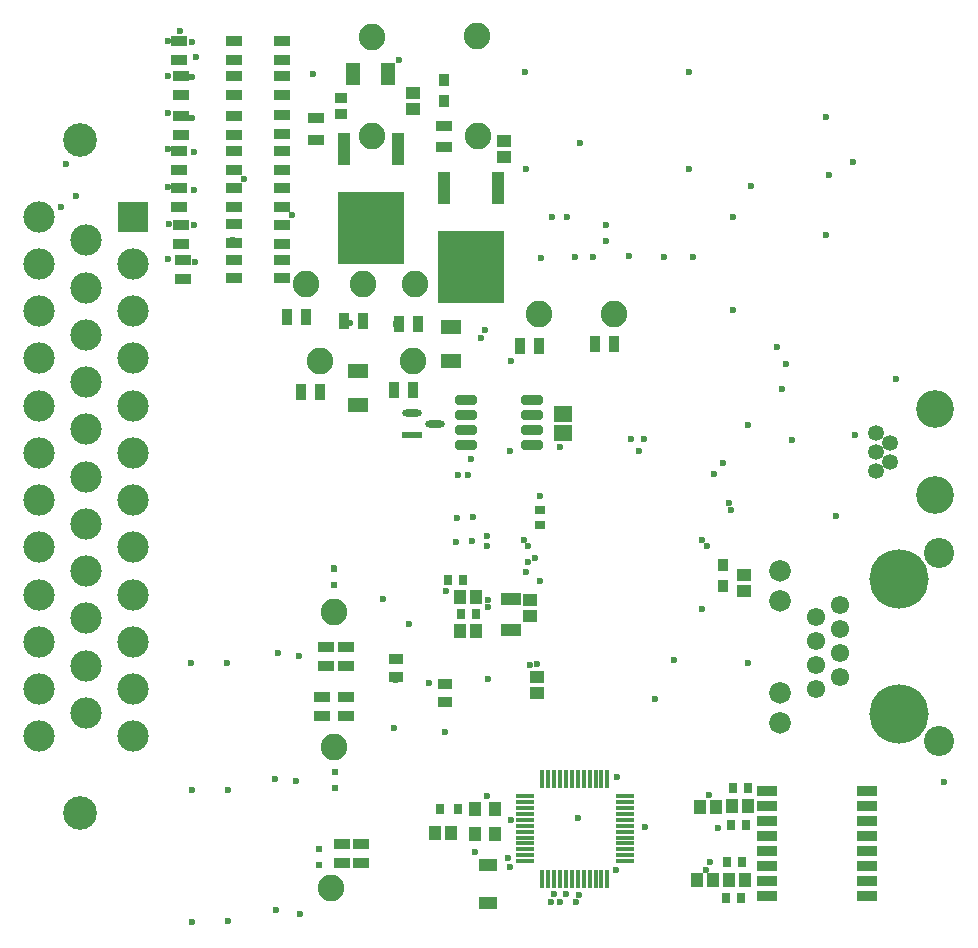
<source format=gbs>
G04*
G04 #@! TF.GenerationSoftware,Altium Limited,Altium Designer,22.11.1 (43)*
G04*
G04 Layer_Color=16711935*
%FSLAX25Y25*%
%MOIN*%
G70*
G04*
G04 #@! TF.SameCoordinates,B9669DE6-A21E-4E6A-9EE2-FAEABAE17C55*
G04*
G04*
G04 #@! TF.FilePolarity,Negative*
G04*
G01*
G75*
%ADD35R,0.03394X0.02894*%
%ADD43R,0.02985X0.03197*%
%ADD44R,0.03543X0.03937*%
%ADD60R,0.04528X0.04134*%
%ADD62R,0.05512X0.03740*%
%ADD63R,0.03740X0.05512*%
%ADD73R,0.04134X0.04528*%
%ADD75R,0.04724X0.04134*%
%ADD83C,0.08858*%
%ADD84C,0.10433*%
%ADD85C,0.11221*%
%ADD86R,0.10433X0.10433*%
%ADD87C,0.12547*%
%ADD88C,0.06102*%
%ADD89C,0.07205*%
%ADD90C,0.10039*%
%ADD91C,0.19784*%
%ADD92C,0.05315*%
%ADD93C,0.02362*%
%ADD122R,0.05512X0.03740*%
G04:AMPARAMS|DCode=123|XSize=39.37mil|YSize=108.27mil|CornerRadius=1.97mil|HoleSize=0mil|Usage=FLASHONLY|Rotation=0.000|XOffset=0mil|YOffset=0mil|HoleType=Round|Shape=RoundedRectangle|*
%AMROUNDEDRECTD123*
21,1,0.03937,0.10433,0,0,0.0*
21,1,0.03543,0.10827,0,0,0.0*
1,1,0.00394,0.01772,-0.05217*
1,1,0.00394,-0.01772,-0.05217*
1,1,0.00394,-0.01772,0.05217*
1,1,0.00394,0.01772,0.05217*
%
%ADD123ROUNDEDRECTD123*%
G04:AMPARAMS|DCode=124|XSize=218.5mil|YSize=242.13mil|CornerRadius=2.19mil|HoleSize=0mil|Usage=FLASHONLY|Rotation=0.000|XOffset=0mil|YOffset=0mil|HoleType=Round|Shape=RoundedRectangle|*
%AMROUNDEDRECTD124*
21,1,0.21850,0.23776,0,0,0.0*
21,1,0.21413,0.24213,0,0,0.0*
1,1,0.00437,0.10707,-0.11888*
1,1,0.00437,-0.10707,-0.11888*
1,1,0.00437,-0.10707,0.11888*
1,1,0.00437,0.10707,0.11888*
%
%ADD124ROUNDEDRECTD124*%
%ADD125R,0.04331X0.05118*%
%ADD126R,0.02894X0.03394*%
%ADD128R,0.06922X0.04551*%
G04:AMPARAMS|DCode=131|XSize=108.27mil|YSize=39.37mil|CornerRadius=1.97mil|HoleSize=0mil|Usage=FLASHONLY|Rotation=270.000|XOffset=0mil|YOffset=0mil|HoleType=Round|Shape=RoundedRectangle|*
%AMROUNDEDRECTD131*
21,1,0.10827,0.03543,0,0,270.0*
21,1,0.10433,0.03937,0,0,270.0*
1,1,0.00394,-0.01772,-0.05217*
1,1,0.00394,-0.01772,0.05217*
1,1,0.00394,0.01772,0.05217*
1,1,0.00394,0.01772,-0.05217*
%
%ADD131ROUNDEDRECTD131*%
G04:AMPARAMS|DCode=132|XSize=242.13mil|YSize=218.5mil|CornerRadius=2.19mil|HoleSize=0mil|Usage=FLASHONLY|Rotation=270.000|XOffset=0mil|YOffset=0mil|HoleType=Round|Shape=RoundedRectangle|*
%AMROUNDEDRECTD132*
21,1,0.24213,0.21413,0,0,270.0*
21,1,0.23776,0.21850,0,0,270.0*
1,1,0.00437,-0.10707,-0.11888*
1,1,0.00437,-0.10707,0.11888*
1,1,0.00437,0.10707,0.11888*
1,1,0.00437,0.10707,-0.11888*
%
%ADD132ROUNDEDRECTD132*%
G04:AMPARAMS|DCode=135|XSize=65.17mil|YSize=23.72mil|CornerRadius=11.86mil|HoleSize=0mil|Usage=FLASHONLY|Rotation=0.000|XOffset=0mil|YOffset=0mil|HoleType=Round|Shape=RoundedRectangle|*
%AMROUNDEDRECTD135*
21,1,0.06517,0.00000,0,0,0.0*
21,1,0.04145,0.02372,0,0,0.0*
1,1,0.02372,0.02072,0.00000*
1,1,0.02372,-0.02072,0.00000*
1,1,0.02372,-0.02072,0.00000*
1,1,0.02372,0.02072,0.00000*
%
%ADD135ROUNDEDRECTD135*%
%ADD136R,0.06517X0.02372*%
%ADD140R,0.06528X0.04156*%
%ADD141R,0.05906X0.03937*%
%ADD142R,0.03150X0.03543*%
%ADD145R,0.02165X0.02480*%
%ADD146R,0.04331X0.03740*%
%ADD147R,0.04528X0.03740*%
%ADD148R,0.05118X0.07677*%
G04:AMPARAMS|DCode=149|XSize=31.5mil|YSize=70.87mil|CornerRadius=4.87mil|HoleSize=0mil|Usage=FLASHONLY|Rotation=90.000|XOffset=0mil|YOffset=0mil|HoleType=Round|Shape=RoundedRectangle|*
%AMROUNDEDRECTD149*
21,1,0.03150,0.06112,0,0,90.0*
21,1,0.02175,0.07087,0,0,90.0*
1,1,0.00974,0.03056,0.01088*
1,1,0.00974,0.03056,-0.01088*
1,1,0.00974,-0.03056,-0.01088*
1,1,0.00974,-0.03056,0.01088*
%
%ADD149ROUNDEDRECTD149*%
%ADD150R,0.06299X0.05709*%
%ADD151R,0.07087X0.03583*%
%ADD152R,0.01772X0.06398*%
%ADD153R,0.06398X0.01772*%
D35*
X466173Y328499D02*
D03*
Y333344D02*
D03*
D43*
X435606Y309923D02*
D03*
X440543D02*
D03*
X439906Y298623D02*
D03*
X444843D02*
D03*
D44*
X527165Y314961D02*
D03*
Y307874D02*
D03*
X434252Y476772D02*
D03*
Y469685D02*
D03*
D60*
X424016Y467028D02*
D03*
Y472342D02*
D03*
X454331Y456201D02*
D03*
Y450886D02*
D03*
X462992Y298130D02*
D03*
Y303445D02*
D03*
X465075Y277780D02*
D03*
Y272465D02*
D03*
D62*
X393701Y270866D02*
D03*
Y264567D02*
D03*
X401575D02*
D03*
Y270866D02*
D03*
X394882Y287795D02*
D03*
Y281496D02*
D03*
X401575Y287795D02*
D03*
Y281496D02*
D03*
X380315Y489764D02*
D03*
Y483465D02*
D03*
X347244Y416535D02*
D03*
Y410236D02*
D03*
X364173Y416831D02*
D03*
Y410532D02*
D03*
X364173Y428642D02*
D03*
Y422343D02*
D03*
Y453150D02*
D03*
Y446850D02*
D03*
Y464567D02*
D03*
Y458268D02*
D03*
Y477953D02*
D03*
Y471654D02*
D03*
X346063Y453150D02*
D03*
Y446850D02*
D03*
X346457Y464567D02*
D03*
Y458268D02*
D03*
Y477953D02*
D03*
Y471654D02*
D03*
Y428346D02*
D03*
Y422047D02*
D03*
X380315Y416831D02*
D03*
Y410532D02*
D03*
Y428346D02*
D03*
Y422047D02*
D03*
Y453150D02*
D03*
Y446850D02*
D03*
Y464862D02*
D03*
Y458563D02*
D03*
X364173Y489764D02*
D03*
Y483465D02*
D03*
X346063Y489764D02*
D03*
Y483465D02*
D03*
X380315Y477953D02*
D03*
Y471654D02*
D03*
Y440551D02*
D03*
Y434252D02*
D03*
X364173Y440551D02*
D03*
Y434252D02*
D03*
X346063Y440551D02*
D03*
Y434252D02*
D03*
X400394Y222056D02*
D03*
Y215757D02*
D03*
X406693D02*
D03*
Y222056D02*
D03*
D63*
X490874Y388583D02*
D03*
X484575D02*
D03*
X419291Y395276D02*
D03*
X425591D02*
D03*
X465748Y388189D02*
D03*
X459449D02*
D03*
X381890Y397638D02*
D03*
X388189D02*
D03*
X386614Y372835D02*
D03*
X392913D02*
D03*
X417717Y373228D02*
D03*
X424016D02*
D03*
X407087Y396457D02*
D03*
X400787D02*
D03*
D73*
X439475Y304323D02*
D03*
X444790D02*
D03*
X530217Y234623D02*
D03*
X535532D02*
D03*
X529117Y209923D02*
D03*
X534432D02*
D03*
X439717Y293123D02*
D03*
X445032D02*
D03*
X431317Y225823D02*
D03*
X436632D02*
D03*
X525032Y234423D02*
D03*
X519717D02*
D03*
X523932Y210023D02*
D03*
X518617D02*
D03*
D75*
X534375Y311680D02*
D03*
Y306365D02*
D03*
D83*
X465748Y398819D02*
D03*
X397638Y299213D02*
D03*
Y254331D02*
D03*
X396457Y207489D02*
D03*
X410236Y457874D02*
D03*
X490874Y398819D02*
D03*
X424409Y408661D02*
D03*
X407087D02*
D03*
X388224Y408697D02*
D03*
X445472Y458071D02*
D03*
X392913Y383071D02*
D03*
X424016D02*
D03*
X445276Y491339D02*
D03*
X410236Y490945D02*
D03*
D84*
X299213Y305118D02*
D03*
Y257874D02*
D03*
X314961Y344488D02*
D03*
Y265748D02*
D03*
X299213Y273622D02*
D03*
X314961Y360236D02*
D03*
X299213Y431102D02*
D03*
Y368110D02*
D03*
Y352362D02*
D03*
Y320866D02*
D03*
X330709Y336614D02*
D03*
Y273622D02*
D03*
Y320866D02*
D03*
Y257874D02*
D03*
Y415354D02*
D03*
Y399606D02*
D03*
Y383858D02*
D03*
Y368110D02*
D03*
Y352362D02*
D03*
Y305118D02*
D03*
Y289370D02*
D03*
X314961Y423228D02*
D03*
Y407480D02*
D03*
Y391732D02*
D03*
Y375984D02*
D03*
Y328740D02*
D03*
Y312992D02*
D03*
Y297244D02*
D03*
Y281496D02*
D03*
X299213Y415354D02*
D03*
Y399606D02*
D03*
Y383858D02*
D03*
Y336614D02*
D03*
Y289370D02*
D03*
D85*
X312992Y456693D02*
D03*
Y232283D02*
D03*
D86*
X330709Y431102D02*
D03*
D87*
X598032Y366943D02*
D03*
Y338203D02*
D03*
D88*
X558083Y289707D02*
D03*
X566075Y285691D02*
D03*
Y277660D02*
D03*
X558083Y273644D02*
D03*
Y281676D02*
D03*
X566075Y293723D02*
D03*
X558083Y297739D02*
D03*
X566075Y301754D02*
D03*
D89*
X546390Y313176D02*
D03*
Y272223D02*
D03*
Y262223D02*
D03*
Y303176D02*
D03*
D90*
X599382Y318959D02*
D03*
Y256439D02*
D03*
D91*
X585760Y265199D02*
D03*
Y310199D02*
D03*
D92*
X578150Y358872D02*
D03*
X582875Y355723D02*
D03*
X578150Y352573D02*
D03*
X582875Y349424D02*
D03*
X578150Y346274D02*
D03*
D93*
X461417Y312598D02*
D03*
X448475Y321423D02*
D03*
X448425Y324803D02*
D03*
X438189Y322835D02*
D03*
X400787Y470866D02*
D03*
Y465748D02*
D03*
X530428Y399875D02*
D03*
X477953Y417717D02*
D03*
X419291Y483465D02*
D03*
X351580Y484252D02*
D03*
X443420Y323103D02*
D03*
X438583Y330709D02*
D03*
X443814Y330977D02*
D03*
X346176Y493182D02*
D03*
X346457Y458268D02*
D03*
X380315Y458563D02*
D03*
X364173Y458268D02*
D03*
X350394Y196063D02*
D03*
X517323Y417717D02*
D03*
X507480D02*
D03*
X496063Y418110D02*
D03*
X397638Y314173D02*
D03*
X391732Y456299D02*
D03*
X390551Y478740D02*
D03*
X424803Y472835D02*
D03*
X483858Y417717D02*
D03*
X500761Y357088D02*
D03*
X499076Y352988D02*
D03*
X451968Y424016D02*
D03*
X418110Y276700D02*
D03*
Y283686D02*
D03*
X417717Y260630D02*
D03*
X431317Y225823D02*
D03*
X434646Y259431D02*
D03*
X433022Y233623D02*
D03*
X434646Y269291D02*
D03*
X383688Y431634D02*
D03*
X456498Y382960D02*
D03*
X446457Y390551D02*
D03*
X436614Y395193D02*
D03*
X448032Y393307D02*
D03*
X311417Y438189D02*
D03*
X402756Y395669D02*
D03*
X351181Y416142D02*
D03*
X342126Y416929D02*
D03*
X418110Y395276D02*
D03*
X306693Y434252D02*
D03*
X308279Y448819D02*
D03*
X342126Y440945D02*
D03*
X431382Y362005D02*
D03*
X413891Y303543D02*
D03*
X398031Y240709D02*
D03*
X367717Y443701D02*
D03*
X405512Y368401D02*
D03*
X350787Y428346D02*
D03*
X342520Y428740D02*
D03*
X350787Y440158D02*
D03*
Y452756D02*
D03*
X342126Y453543D02*
D03*
Y477953D02*
D03*
Y465748D02*
D03*
X350394Y464173D02*
D03*
Y477559D02*
D03*
Y489370D02*
D03*
X342126Y489764D02*
D03*
X409842Y427264D02*
D03*
X443307Y350394D02*
D03*
X441457Y355016D02*
D03*
X385827Y284646D02*
D03*
X378740Y285827D02*
D03*
X361811Y282283D02*
D03*
X350000D02*
D03*
X350394Y240158D02*
D03*
X362205D02*
D03*
X377953Y243701D02*
D03*
X385039Y242913D02*
D03*
X392618Y220324D02*
D03*
X362205Y196457D02*
D03*
X378346Y200000D02*
D03*
X386221Y198819D02*
D03*
X434252Y453543D02*
D03*
X392719Y463979D02*
D03*
X434252Y461516D02*
D03*
X379921Y410630D02*
D03*
X346850D02*
D03*
X364173Y410630D02*
D03*
X346560Y471154D02*
D03*
X364173Y470866D02*
D03*
X380316Y470866D02*
D03*
X346457Y483465D02*
D03*
X364173Y483571D02*
D03*
X380316Y482677D02*
D03*
X379528Y422835D02*
D03*
X346456Y422834D02*
D03*
X363779Y423228D02*
D03*
X380315Y446457D02*
D03*
X346456Y446456D02*
D03*
X364173Y446457D02*
D03*
X379922Y434646D02*
D03*
X363780D02*
D03*
X346457Y434646D02*
D03*
X434252Y476772D02*
D03*
X405118Y479134D02*
D03*
X434252Y469685D02*
D03*
X454331Y456201D02*
D03*
X466531Y417416D02*
D03*
X472975Y354423D02*
D03*
X496457Y357087D02*
D03*
X474802Y364566D02*
D03*
X466142Y338189D02*
D03*
X461024Y323228D02*
D03*
X473821Y359648D02*
D03*
X434975Y306223D02*
D03*
X545122Y387823D02*
D03*
X488181Y423045D02*
D03*
X479689Y455787D02*
D03*
X475197Y431102D02*
D03*
X470181D02*
D03*
X488181Y428360D02*
D03*
X441732Y370079D02*
D03*
X429340Y275794D02*
D03*
X462205Y316142D02*
D03*
X464567Y317323D02*
D03*
X462205Y321260D02*
D03*
X466142Y309842D02*
D03*
X570677Y449382D02*
D03*
X535585Y282351D02*
D03*
X527165Y314961D02*
D03*
Y307874D02*
D03*
X600739Y242723D02*
D03*
X522975Y216123D02*
D03*
X461500Y446929D02*
D03*
X461303Y479409D02*
D03*
X515988D02*
D03*
Y447126D02*
D03*
X536417Y441437D02*
D03*
X530717Y430972D02*
D03*
X456299Y353150D02*
D03*
X438976Y344882D02*
D03*
X422441Y295276D02*
D03*
X504575Y270223D02*
D03*
X462992Y298130D02*
D03*
X448819Y202362D02*
D03*
X529345Y335753D02*
D03*
X529975Y333423D02*
D03*
X546850Y373622D02*
D03*
X535511Y361823D02*
D03*
X478775Y230823D02*
D03*
X442312Y344873D02*
D03*
X462863Y281723D02*
D03*
X465135Y282138D02*
D03*
X561475Y464223D02*
D03*
X444575Y219523D02*
D03*
X525675Y227323D02*
D03*
X520089Y323223D02*
D03*
X469775Y202809D02*
D03*
X478375D02*
D03*
X472975D02*
D03*
X571375Y358523D02*
D03*
X522575Y238323D02*
D03*
X521625Y213449D02*
D03*
X491475Y213423D02*
D03*
X455710Y217233D02*
D03*
X456375Y214523D02*
D03*
X501275Y227823D02*
D03*
X448526Y237950D02*
D03*
X463136Y303823D02*
D03*
X449029Y277023D02*
D03*
X470875Y205323D02*
D03*
X474936Y205362D02*
D03*
X479075Y205123D02*
D03*
X456548Y230002D02*
D03*
X491975Y244423D02*
D03*
X448989Y301123D02*
D03*
X448975Y303423D02*
D03*
X510875Y283223D02*
D03*
X564975Y331523D02*
D03*
X521775Y321323D02*
D03*
X524175Y345523D02*
D03*
X520275Y300423D02*
D03*
X550375Y356823D02*
D03*
X548375Y382123D02*
D03*
X527275Y349123D02*
D03*
X561575Y425123D02*
D03*
X584875Y377123D02*
D03*
X562437Y444961D02*
D03*
D122*
X391732Y456595D02*
D03*
Y463878D02*
D03*
X434252Y454232D02*
D03*
Y461516D02*
D03*
D123*
X400827Y453642D02*
D03*
X418858D02*
D03*
D124*
X409842Y427264D02*
D03*
D125*
X444727Y225489D02*
D03*
Y233757D02*
D03*
X451223D02*
D03*
Y225489D02*
D03*
D126*
X533525Y216142D02*
D03*
X528680D02*
D03*
X534899Y228224D02*
D03*
X530054D02*
D03*
X530648Y240551D02*
D03*
X535494D02*
D03*
X533132Y203937D02*
D03*
X528286D02*
D03*
D128*
X405512Y379630D02*
D03*
Y368401D02*
D03*
X436614Y394300D02*
D03*
Y383071D02*
D03*
D131*
X434291Y440650D02*
D03*
X452323D02*
D03*
D132*
X443307Y414272D02*
D03*
D135*
X431382Y362005D02*
D03*
X423701Y365745D02*
D03*
D136*
Y358264D02*
D03*
D140*
X456575Y293500D02*
D03*
Y303746D02*
D03*
D141*
X448819Y214961D02*
D03*
Y202362D02*
D03*
D142*
X433022Y233623D02*
D03*
X438928D02*
D03*
D145*
X397638Y313622D02*
D03*
Y308425D02*
D03*
X398031Y240709D02*
D03*
Y245905D02*
D03*
X392618Y215127D02*
D03*
Y220324D02*
D03*
D146*
X400000Y465453D02*
D03*
Y470768D02*
D03*
D147*
X434646Y269291D02*
D03*
Y275197D02*
D03*
X418110Y277780D02*
D03*
Y283686D02*
D03*
D148*
X415650Y478740D02*
D03*
X404035D02*
D03*
D149*
X463701Y370016D02*
D03*
Y355016D02*
D03*
X441457Y360016D02*
D03*
Y365016D02*
D03*
Y370016D02*
D03*
Y355016D02*
D03*
X463701Y360016D02*
D03*
Y365016D02*
D03*
D150*
X473879Y365365D02*
D03*
Y359066D02*
D03*
D151*
X541823Y204623D02*
D03*
X575327D02*
D03*
X541823Y209623D02*
D03*
Y214623D02*
D03*
Y219623D02*
D03*
Y224623D02*
D03*
Y229623D02*
D03*
Y234623D02*
D03*
Y239623D02*
D03*
X575327Y209623D02*
D03*
Y214623D02*
D03*
Y219623D02*
D03*
Y224623D02*
D03*
Y229623D02*
D03*
Y234623D02*
D03*
Y239623D02*
D03*
D152*
X488702Y243808D02*
D03*
X486733D02*
D03*
X484765D02*
D03*
X482796D02*
D03*
X480828D02*
D03*
X478859D02*
D03*
X476891D02*
D03*
X474922D02*
D03*
X472954D02*
D03*
X470985D02*
D03*
X469017D02*
D03*
X467048D02*
D03*
Y210438D02*
D03*
X469017D02*
D03*
X470985D02*
D03*
X472954D02*
D03*
X474922D02*
D03*
X476891D02*
D03*
X478859D02*
D03*
X480828D02*
D03*
X482796D02*
D03*
X484765D02*
D03*
X486733D02*
D03*
X488702D02*
D03*
D153*
X461190Y237950D02*
D03*
Y235981D02*
D03*
Y234013D02*
D03*
Y232044D02*
D03*
Y230076D02*
D03*
Y228107D02*
D03*
Y226139D02*
D03*
Y224170D02*
D03*
Y222202D02*
D03*
Y220233D02*
D03*
Y218265D02*
D03*
Y216296D02*
D03*
X494560D02*
D03*
Y218265D02*
D03*
Y220233D02*
D03*
Y222202D02*
D03*
Y224170D02*
D03*
Y226139D02*
D03*
Y228107D02*
D03*
Y230076D02*
D03*
Y232044D02*
D03*
Y234013D02*
D03*
Y235981D02*
D03*
Y237950D02*
D03*
M02*

</source>
